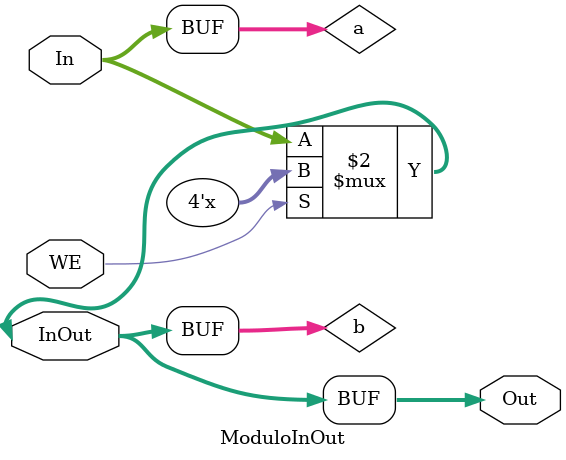
<source format=v>
`timescale 1ns / 1ps
module ModuloInOut(
    inout [3:0] InOut,
    input [3:0] In,
    output [3:0] Out,
    input WE
    );

	reg [3:0] a;
	reg [3:0] b;
	
	
	always@(InOut or In or WE)
	begin
		a <= 	In;
		b <= InOut;
	end
	
	assign InOut = (WE) ? 4'bzzzz:a;
	assign Out = b;
	
endmodule

</source>
